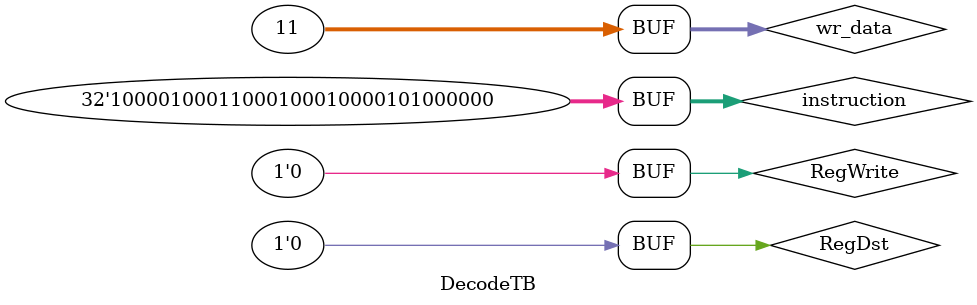
<source format=v>
module DecodeTB;
	
	wire [31:0] rd_out1, rd_out2, sign_extend;

	reg[31:0] instruction, wr_data;
	reg RegDst, RegWrite;

	Decode uut(.rd_out1, .rd_out2, .sign_extend, .instruction, .wr_data, .RegDst, .RegWrite);

	
	initial begin			//25 //20  //15-0

		instruction = 32'b10000100001001101100000101000000;
		RegDst = 1;
		RegWrite = 1;
		
		#150;

		wr_data = 5'b01011;

		#150;

		RegDst = 0;
		RegWrite = 0;
		instruction = 32'b10000100011000100010000101000000;

	end

endmodule

</source>
